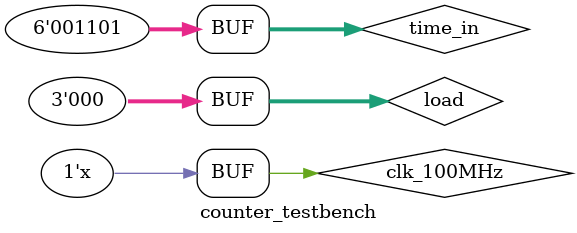
<source format=v>
`timescale 1ns/1ps

module counter_testbench;
   wire [5:0] time_out;
   reg [5:0]  time_in;
   reg 	      clk_100MHz = 0;
   reg [2:0]  load;
   reg [2:0]  enable;

   counter C1(time_out, time_in, clk_100MHz, load, enable);


   always #5 clk_100MHz = ~clk_100MHz;   //flip signal every 10ns (100MHz)

   initial begin
      #100 load = 3'b100; time_in = 6'd5;
      #100 load = 3'b010; time_in = 6'd45;
      #100 load = 3'b001; time_in = 6'd13;
      #100 load = 3'b000;
      #10000;
      
   end
   
endmodule

</source>
